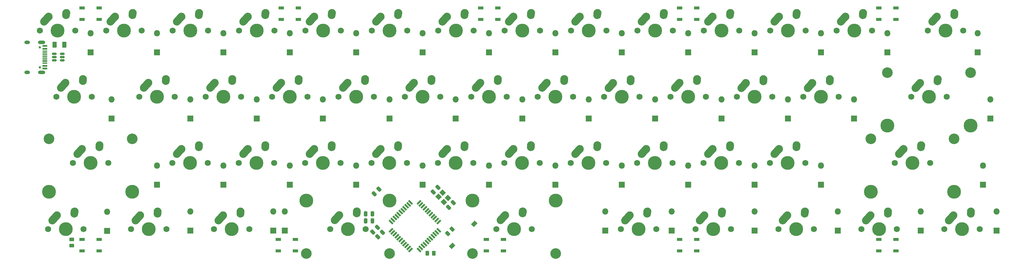
<source format=gbs>
G04 #@! TF.GenerationSoftware,KiCad,Pcbnew,8.0.4*
G04 #@! TF.CreationDate,2024-10-13T21:39:06+03:00*
G04 #@! TF.ProjectId,4040,34303430-2e6b-4696-9361-645f70636258,rev?*
G04 #@! TF.SameCoordinates,Original*
G04 #@! TF.FileFunction,Soldermask,Bot*
G04 #@! TF.FilePolarity,Negative*
%FSLAX46Y46*%
G04 Gerber Fmt 4.6, Leading zero omitted, Abs format (unit mm)*
G04 Created by KiCad (PCBNEW 8.0.4) date 2024-10-13 21:39:06*
%MOMM*%
%LPD*%
G01*
G04 APERTURE LIST*
G04 Aperture macros list*
%AMRoundRect*
0 Rectangle with rounded corners*
0 $1 Rounding radius*
0 $2 $3 $4 $5 $6 $7 $8 $9 X,Y pos of 4 corners*
0 Add a 4 corners polygon primitive as box body*
4,1,4,$2,$3,$4,$5,$6,$7,$8,$9,$2,$3,0*
0 Add four circle primitives for the rounded corners*
1,1,$1+$1,$2,$3*
1,1,$1+$1,$4,$5*
1,1,$1+$1,$6,$7*
1,1,$1+$1,$8,$9*
0 Add four rect primitives between the rounded corners*
20,1,$1+$1,$2,$3,$4,$5,0*
20,1,$1+$1,$4,$5,$6,$7,0*
20,1,$1+$1,$6,$7,$8,$9,0*
20,1,$1+$1,$8,$9,$2,$3,0*%
%AMHorizOval*
0 Thick line with rounded ends*
0 $1 width*
0 $2 $3 position (X,Y) of the first rounded end (center of the circle)*
0 $4 $5 position (X,Y) of the second rounded end (center of the circle)*
0 Add line between two ends*
20,1,$1,$2,$3,$4,$5,0*
0 Add two circle primitives to create the rounded ends*
1,1,$1,$2,$3*
1,1,$1,$4,$5*%
%AMRotRect*
0 Rectangle, with rotation*
0 The origin of the aperture is its center*
0 $1 length*
0 $2 width*
0 $3 Rotation angle, in degrees counterclockwise*
0 Add horizontal line*
21,1,$1,$2,0,0,$3*%
G04 Aperture macros list end*
%ADD10C,1.750000*%
%ADD11C,3.987800*%
%ADD12HorizOval,2.250000X0.655001X0.730000X-0.655001X-0.730000X0*%
%ADD13C,2.250000*%
%ADD14HorizOval,2.250000X0.020000X0.290000X-0.020000X-0.290000X0*%
%ADD15C,3.048000*%
%ADD16R,1.800000X1.800000*%
%ADD17O,1.800000X1.800000*%
%ADD18R,1.500000X0.900000*%
%ADD19RotRect,1.500000X0.550000X315.000000*%
%ADD20RotRect,1.500000X0.550000X225.000000*%
%ADD21RotRect,1.500000X1.100000X45.000000*%
%ADD22RoundRect,0.150000X-0.512500X-0.150000X0.512500X-0.150000X0.512500X0.150000X-0.512500X0.150000X0*%
%ADD23C,0.650000*%
%ADD24R,1.450000X0.600000*%
%ADD25R,1.450000X0.300000*%
%ADD26O,1.600000X1.000000*%
%ADD27O,2.100000X1.000000*%
%ADD28RoundRect,0.250000X-0.250000X-0.475000X0.250000X-0.475000X0.250000X0.475000X-0.250000X0.475000X0*%
%ADD29RoundRect,0.250000X0.159099X-0.512652X0.512652X-0.159099X-0.159099X0.512652X-0.512652X0.159099X0*%
%ADD30RoundRect,0.250000X0.375000X0.625000X-0.375000X0.625000X-0.375000X-0.625000X0.375000X-0.625000X0*%
%ADD31RoundRect,0.250000X0.132583X-0.503814X0.503814X-0.132583X-0.132583X0.503814X-0.503814X0.132583X0*%
%ADD32RoundRect,0.250000X-0.450000X0.262500X-0.450000X-0.262500X0.450000X-0.262500X0.450000X0.262500X0*%
%ADD33RoundRect,0.250000X0.262500X0.450000X-0.262500X0.450000X-0.262500X-0.450000X0.262500X-0.450000X0*%
%ADD34RotRect,1.400000X1.200000X135.000000*%
G04 APERTURE END LIST*
D10*
X214940000Y-81590000D03*
D11*
X220020000Y-81590000D03*
D10*
X225100000Y-81590000D03*
D12*
X216865001Y-78320000D03*
D13*
X217520000Y-77590000D03*
D14*
X222540000Y-76800000D03*
D13*
X222560000Y-76510000D03*
D10*
X243509800Y-100634800D03*
D11*
X248589800Y-100634800D03*
D10*
X253669800Y-100634800D03*
D12*
X245434801Y-97364800D03*
D13*
X246089800Y-96634800D03*
D14*
X251109800Y-95844800D03*
D13*
X251129800Y-95554800D03*
D10*
X281609800Y-100660200D03*
D11*
X286689800Y-100660200D03*
D10*
X291769800Y-100660200D03*
D12*
X283534801Y-97390200D03*
D13*
X284189800Y-96660200D03*
D14*
X289209800Y-95870200D03*
D13*
X289229800Y-95580200D03*
D10*
X176840000Y-81590000D03*
D11*
X181920000Y-81590000D03*
D10*
X187000000Y-81590000D03*
D12*
X178765001Y-78320000D03*
D13*
X179420000Y-77590000D03*
D14*
X184440000Y-76800000D03*
D13*
X184460000Y-76510000D03*
D10*
X100634800Y-119684800D03*
D11*
X105714800Y-119684800D03*
D10*
X110794800Y-119684800D03*
D12*
X102559801Y-116414800D03*
D13*
X103214800Y-115684800D03*
D14*
X108234800Y-114894800D03*
D13*
X108254800Y-114604800D03*
D10*
X157784800Y-119684800D03*
D11*
X162864800Y-119684800D03*
D10*
X167944800Y-119684800D03*
D12*
X159709801Y-116414800D03*
D13*
X160364800Y-115684800D03*
D14*
X165384800Y-114894800D03*
D13*
X165404800Y-114604800D03*
D10*
X195890000Y-81590000D03*
D11*
X200970000Y-81590000D03*
D10*
X206050000Y-81590000D03*
D12*
X197815001Y-78320000D03*
D13*
X198470000Y-77590000D03*
D14*
X203490000Y-76800000D03*
D13*
X203510000Y-76510000D03*
D10*
X67303020Y-100634800D03*
D11*
X72383020Y-100634800D03*
D10*
X77463020Y-100634800D03*
D12*
X69228021Y-97364800D03*
D13*
X69883020Y-96634800D03*
D14*
X74903020Y-95844800D03*
D13*
X74923020Y-95554800D03*
D10*
X214924000Y-119684800D03*
D11*
X220004000Y-119684800D03*
D10*
X225084000Y-119684800D03*
D12*
X216849001Y-116414800D03*
D13*
X217504000Y-115684800D03*
D14*
X222524000Y-114894800D03*
D13*
X222544000Y-114604800D03*
D10*
X291140000Y-81590000D03*
D11*
X296220000Y-81590000D03*
D10*
X301300000Y-81590000D03*
D12*
X293065001Y-78320000D03*
D13*
X293720000Y-77590000D03*
D14*
X298740000Y-76800000D03*
D13*
X298760000Y-76510000D03*
D10*
X195874000Y-119684800D03*
D11*
X200954000Y-119684800D03*
D10*
X206034000Y-119684800D03*
D12*
X197799001Y-116414800D03*
D13*
X198454000Y-115684800D03*
D14*
X203474000Y-114894800D03*
D13*
X203494000Y-114604800D03*
D10*
X262559800Y-100660200D03*
D11*
X267639800Y-100660200D03*
D10*
X272719800Y-100660200D03*
D12*
X264484801Y-97390200D03*
D13*
X265139800Y-96660200D03*
D14*
X270159800Y-95870200D03*
D13*
X270179800Y-95580200D03*
D10*
X167309800Y-100634800D03*
D11*
X172389800Y-100634800D03*
D10*
X177469800Y-100634800D03*
D12*
X169234801Y-97364800D03*
D13*
X169889800Y-96634800D03*
D14*
X174909800Y-95844800D03*
D13*
X174929800Y-95554800D03*
D10*
X62540000Y-81590000D03*
D11*
X67620000Y-81590000D03*
D10*
X72700000Y-81590000D03*
D12*
X64465001Y-78320000D03*
D13*
X65120000Y-77590000D03*
D14*
X70140000Y-76800000D03*
D13*
X70160000Y-76510000D03*
D10*
X233990000Y-81590000D03*
D11*
X239070000Y-81590000D03*
D10*
X244150000Y-81590000D03*
D12*
X235915001Y-78320000D03*
D13*
X236570000Y-77590000D03*
D14*
X241590000Y-76800000D03*
D13*
X241610000Y-76510000D03*
D10*
X88747600Y-138760200D03*
D11*
X93827600Y-138760200D03*
D10*
X98907600Y-138760200D03*
D12*
X90672601Y-135490200D03*
D13*
X91327600Y-134760200D03*
D14*
X96347600Y-133970200D03*
D13*
X96367600Y-133680200D03*
D10*
X176834800Y-119682150D03*
D11*
X181914800Y-119682150D03*
D10*
X186994800Y-119682150D03*
D12*
X178759801Y-116412150D03*
D13*
X179414800Y-115682150D03*
D14*
X184434800Y-114892150D03*
D13*
X184454800Y-114602150D03*
D10*
X119684800Y-119684800D03*
D11*
X124764800Y-119684800D03*
D10*
X129844800Y-119684800D03*
D12*
X121609801Y-116414800D03*
D13*
X122264800Y-115684800D03*
D14*
X127284800Y-114894800D03*
D13*
X127304800Y-114604800D03*
D10*
X317335000Y-81590000D03*
D11*
X322415000Y-81590000D03*
D10*
X327495000Y-81590000D03*
D12*
X319260001Y-78320000D03*
D13*
X319915000Y-77590000D03*
D14*
X324935000Y-76800000D03*
D13*
X324955000Y-76510000D03*
D10*
X272074000Y-119684800D03*
D11*
X277154000Y-119684800D03*
D10*
X282234000Y-119684800D03*
D12*
X273999001Y-116414800D03*
D13*
X274654000Y-115684800D03*
D14*
X279674000Y-114894800D03*
D13*
X279694000Y-114604800D03*
D15*
X65201800Y-112699800D03*
D11*
X65201800Y-127939800D03*
D10*
X72059800Y-119684800D03*
D11*
X77139800Y-119684800D03*
D10*
X82219800Y-119684800D03*
D15*
X89077800Y-112699800D03*
D11*
X89077800Y-127939800D03*
D12*
X73984801Y-116414800D03*
D13*
X74639800Y-115684800D03*
D14*
X79659800Y-114894800D03*
D13*
X79679800Y-114604800D03*
D11*
X139014200Y-130479800D03*
D15*
X139014200Y-145719800D03*
D10*
X145872200Y-138734800D03*
D11*
X150952200Y-138734800D03*
D10*
X156032200Y-138734800D03*
D11*
X162890200Y-130479800D03*
D15*
X162890200Y-145719800D03*
D12*
X147797201Y-135464800D03*
D13*
X148452200Y-134734800D03*
D14*
X153472200Y-133944800D03*
D13*
X153492200Y-133654800D03*
D15*
X305714400Y-93675200D03*
D11*
X305714400Y-108915200D03*
D10*
X312572400Y-100660200D03*
D11*
X317652400Y-100660200D03*
D10*
X322732400Y-100660200D03*
D15*
X329590400Y-93675200D03*
D11*
X329590400Y-108915200D03*
D12*
X314497401Y-97390200D03*
D13*
X315152400Y-96660200D03*
D14*
X320172400Y-95870200D03*
D13*
X320192400Y-95580200D03*
D11*
X186664600Y-130479800D03*
D15*
X186664600Y-145719800D03*
D10*
X193522600Y-138734800D03*
D11*
X198602600Y-138734800D03*
D10*
X203682600Y-138734800D03*
D11*
X210540600Y-130479800D03*
D15*
X210540600Y-145719800D03*
D12*
X195447601Y-135464800D03*
D13*
X196102600Y-134734800D03*
D14*
X201122600Y-133944800D03*
D13*
X201142600Y-133654800D03*
D10*
X272090000Y-81590000D03*
D11*
X277170000Y-81590000D03*
D10*
X282250000Y-81590000D03*
D12*
X274015001Y-78320000D03*
D13*
X274670000Y-77590000D03*
D14*
X279690000Y-76800000D03*
D13*
X279710000Y-76510000D03*
D10*
X110159800Y-100634800D03*
D11*
X115239800Y-100634800D03*
D10*
X120319800Y-100634800D03*
D12*
X112084801Y-97364800D03*
D13*
X112739800Y-96634800D03*
D14*
X117759800Y-95844800D03*
D13*
X117779800Y-95554800D03*
D10*
X205409800Y-100634800D03*
D11*
X210489800Y-100634800D03*
D10*
X215569800Y-100634800D03*
D12*
X207334801Y-97364800D03*
D13*
X207989800Y-96634800D03*
D14*
X213009800Y-95844800D03*
D13*
X213029800Y-95554800D03*
D10*
X91099640Y-100634800D03*
D11*
X96179640Y-100634800D03*
D10*
X101259640Y-100634800D03*
D12*
X93024641Y-97364800D03*
D13*
X93679640Y-96634800D03*
D14*
X98699640Y-95844800D03*
D13*
X98719640Y-95554800D03*
D10*
X64922400Y-138760200D03*
D11*
X70002400Y-138760200D03*
D10*
X75082400Y-138760200D03*
D12*
X66847401Y-135490200D03*
D13*
X67502400Y-134760200D03*
D14*
X72522400Y-133970200D03*
D13*
X72542400Y-133680200D03*
D10*
X186359800Y-100634800D03*
D11*
X191439800Y-100634800D03*
D10*
X196519800Y-100634800D03*
D12*
X188284801Y-97364800D03*
D13*
X188939800Y-96634800D03*
D14*
X193959800Y-95844800D03*
D13*
X193979800Y-95554800D03*
D10*
X229250000Y-138757550D03*
D11*
X234330000Y-138757550D03*
D10*
X239410000Y-138757550D03*
D12*
X231175001Y-135487550D03*
D13*
X231830000Y-134757550D03*
D14*
X236850000Y-133967550D03*
D13*
X236870000Y-133677550D03*
D10*
X138734800Y-119684800D03*
D11*
X143814800Y-119684800D03*
D10*
X148894800Y-119684800D03*
D12*
X140659801Y-116414800D03*
D13*
X141314800Y-115684800D03*
D14*
X146334800Y-114894800D03*
D13*
X146354800Y-114604800D03*
D10*
X274472400Y-138760200D03*
D11*
X279552400Y-138760200D03*
D10*
X284632400Y-138760200D03*
D12*
X276397401Y-135490200D03*
D13*
X277052400Y-134760200D03*
D14*
X282072400Y-133970200D03*
D13*
X282092400Y-133680200D03*
D10*
X253024000Y-119684800D03*
D11*
X258104000Y-119684800D03*
D10*
X263184000Y-119684800D03*
D12*
X254949001Y-116414800D03*
D13*
X255604000Y-115684800D03*
D14*
X260624000Y-114894800D03*
D13*
X260644000Y-114604800D03*
D10*
X298297600Y-138760200D03*
D11*
X303377600Y-138760200D03*
D10*
X308457600Y-138760200D03*
D12*
X300222601Y-135490200D03*
D13*
X300877600Y-134760200D03*
D14*
X305897600Y-133970200D03*
D13*
X305917600Y-133680200D03*
D15*
X300964600Y-112699800D03*
D11*
X300964600Y-127939800D03*
D10*
X307822600Y-119684800D03*
D11*
X312902600Y-119684800D03*
D10*
X317982600Y-119684800D03*
D15*
X324840600Y-112699800D03*
D11*
X324840600Y-127939800D03*
D12*
X309747601Y-116414800D03*
D13*
X310402600Y-115684800D03*
D14*
X315422600Y-114894800D03*
D13*
X315442600Y-114604800D03*
D10*
X112558200Y-138760200D03*
D11*
X117638200Y-138760200D03*
D10*
X122718200Y-138760200D03*
D12*
X114483201Y-135490200D03*
D13*
X115138200Y-134760200D03*
D14*
X120158200Y-133970200D03*
D13*
X120178200Y-133680200D03*
D10*
X224459800Y-100647000D03*
D11*
X229539800Y-100647000D03*
D10*
X234619800Y-100647000D03*
D12*
X226384801Y-97377000D03*
D13*
X227039800Y-96647000D03*
D14*
X232059800Y-95857000D03*
D13*
X232079800Y-95567000D03*
D10*
X157790000Y-81590000D03*
D11*
X162870000Y-81590000D03*
D10*
X167950000Y-81590000D03*
D12*
X159715001Y-78320000D03*
D13*
X160370000Y-77590000D03*
D14*
X165390000Y-76800000D03*
D13*
X165410000Y-76510000D03*
D10*
X100640000Y-81590000D03*
D11*
X105720000Y-81590000D03*
D10*
X110800000Y-81590000D03*
D12*
X102565001Y-78320000D03*
D13*
X103220000Y-77590000D03*
D14*
X108240000Y-76800000D03*
D13*
X108260000Y-76510000D03*
D10*
X119690000Y-81590000D03*
D11*
X124770000Y-81590000D03*
D10*
X129850000Y-81590000D03*
D12*
X121615001Y-78320000D03*
D13*
X122270000Y-77590000D03*
D14*
X127290000Y-76800000D03*
D13*
X127310000Y-76510000D03*
D10*
X129209800Y-100634800D03*
D11*
X134289800Y-100634800D03*
D10*
X139369800Y-100634800D03*
D12*
X131134801Y-97364800D03*
D13*
X131789800Y-96634800D03*
D14*
X136809800Y-95844800D03*
D13*
X136829800Y-95554800D03*
D10*
X322110100Y-138752580D03*
D11*
X327190100Y-138752580D03*
D10*
X332270100Y-138752580D03*
D12*
X324035101Y-135482580D03*
D13*
X324690100Y-134752580D03*
D14*
X329710100Y-133962580D03*
D13*
X329730100Y-133672580D03*
D10*
X233974000Y-119684800D03*
D11*
X239054000Y-119684800D03*
D10*
X244134000Y-119684800D03*
D12*
X235899001Y-116414800D03*
D13*
X236554000Y-115684800D03*
D14*
X241574000Y-114894800D03*
D13*
X241594000Y-114604800D03*
D10*
X138740000Y-81590000D03*
D11*
X143820000Y-81590000D03*
D10*
X148900000Y-81590000D03*
D12*
X140665001Y-78320000D03*
D13*
X141320000Y-77590000D03*
D14*
X146340000Y-76800000D03*
D13*
X146360000Y-76510000D03*
D10*
X250672600Y-138760200D03*
D11*
X255752600Y-138760200D03*
D10*
X260832600Y-138760200D03*
D12*
X252597601Y-135490200D03*
D13*
X253252600Y-134760200D03*
D14*
X258272600Y-133970200D03*
D13*
X258292600Y-133680200D03*
D10*
X253040000Y-81590000D03*
D11*
X258120000Y-81590000D03*
D10*
X263200000Y-81590000D03*
D12*
X254965001Y-78320000D03*
D13*
X255620000Y-77590000D03*
D14*
X260640000Y-76800000D03*
D13*
X260660000Y-76510000D03*
D10*
X81590000Y-81590000D03*
D11*
X86670000Y-81590000D03*
D10*
X91750000Y-81590000D03*
D12*
X83515001Y-78320000D03*
D13*
X84170000Y-77590000D03*
D14*
X89190000Y-76800000D03*
D13*
X89210000Y-76510000D03*
D10*
X148259800Y-100634800D03*
D11*
X153339800Y-100634800D03*
D10*
X158419800Y-100634800D03*
D12*
X150184801Y-97364800D03*
D13*
X150839800Y-96634800D03*
D14*
X155859800Y-95844800D03*
D13*
X155879800Y-95554800D03*
D16*
X77165200Y-87829500D03*
D17*
X77165200Y-82329500D03*
D18*
X303289800Y-78358000D03*
X303289800Y-75058000D03*
X308189800Y-75058000D03*
X308189800Y-78358000D03*
D16*
X331647800Y-87829500D03*
D17*
X331647800Y-82329500D03*
D16*
X296214800Y-106879500D03*
D17*
X296214800Y-101379500D03*
D19*
X163295664Y-136669118D03*
X163861350Y-136103433D03*
X164427035Y-135537748D03*
X164992720Y-134972062D03*
X165558406Y-134406377D03*
X166124091Y-133840691D03*
X166689777Y-133275006D03*
X167255462Y-132709320D03*
X167821148Y-132143635D03*
X168386833Y-131577950D03*
X168952518Y-131012264D03*
D20*
X171356682Y-131012264D03*
X171922367Y-131577950D03*
X172488052Y-132143635D03*
X173053738Y-132709320D03*
X173619423Y-133275006D03*
X174185109Y-133840691D03*
X174750794Y-134406377D03*
X175316480Y-134972062D03*
X175882165Y-135537748D03*
X176447850Y-136103433D03*
X177013536Y-136669118D03*
D19*
X177013536Y-139073282D03*
X176447850Y-139638967D03*
X175882165Y-140204652D03*
X175316480Y-140770338D03*
X174750794Y-141336023D03*
X174185109Y-141901709D03*
X173619423Y-142467394D03*
X173053738Y-143033080D03*
X172488052Y-143598765D03*
X171922367Y-144164450D03*
X171356682Y-144730136D03*
D20*
X168952518Y-144730136D03*
X168386833Y-144164450D03*
X167821148Y-143598765D03*
X167255462Y-143033080D03*
X166689777Y-142467394D03*
X166124091Y-141901709D03*
X165558406Y-141336023D03*
X164992720Y-140770338D03*
X164427035Y-140204652D03*
X163861350Y-139638967D03*
X163295664Y-139073282D03*
D16*
X267665200Y-87829500D03*
D17*
X267665200Y-82329500D03*
D21*
X180879350Y-143529450D03*
X187172600Y-137236200D03*
D22*
X66736800Y-90164998D03*
X66736800Y-89214999D03*
X66736800Y-88265000D03*
X69011800Y-88265000D03*
X69011800Y-89214999D03*
X69011800Y-90164998D03*
D16*
X105765600Y-106879500D03*
D17*
X105765600Y-101379500D03*
D16*
X286715200Y-125929500D03*
D17*
X286715200Y-120429500D03*
D16*
X267665200Y-139188300D03*
D17*
X267665200Y-133688300D03*
D18*
X74689800Y-78358000D03*
X74689800Y-75058000D03*
X79589800Y-75058000D03*
X79589800Y-78358000D03*
D16*
X286715200Y-87829500D03*
D17*
X286715200Y-82329500D03*
D18*
X131839800Y-78358000D03*
X131839800Y-75058000D03*
X136739800Y-75058000D03*
X136739800Y-78358000D03*
D16*
X172389800Y-125929500D03*
D17*
X172389800Y-120429500D03*
D18*
X308189800Y-141733000D03*
X308189800Y-145033000D03*
X303289800Y-145033000D03*
X303289800Y-141733000D03*
D16*
X81915000Y-139205600D03*
D17*
X81915000Y-133705600D03*
D16*
X258140200Y-106879500D03*
D17*
X258140200Y-101379500D03*
D23*
X62594800Y-92145600D03*
X62594800Y-86365600D03*
D24*
X64039800Y-92505600D03*
X64039800Y-91705601D03*
D25*
X64039799Y-90505600D03*
X64039800Y-89505600D03*
X64039800Y-89005600D03*
X64039799Y-88005600D03*
D24*
X64039800Y-86805599D03*
X64039800Y-86005600D03*
X64039800Y-86005600D03*
X64039800Y-86805599D03*
D25*
X64039800Y-87505600D03*
X64039800Y-88505600D03*
X64039800Y-90005600D03*
X64039800Y-91005600D03*
D24*
X64039800Y-91705601D03*
X64039800Y-92505600D03*
D26*
X58944800Y-93575600D03*
D27*
X63124800Y-93575600D03*
D26*
X58944800Y-84935600D03*
D27*
X63124800Y-84935600D03*
D16*
X105740200Y-139188300D03*
D17*
X105740200Y-133688300D03*
D16*
X134315200Y-87829500D03*
D17*
X134315200Y-82329500D03*
D18*
X251039800Y-141733000D03*
X251039800Y-145033000D03*
X246139800Y-145033000D03*
X246139800Y-141733000D03*
D28*
X156062602Y-136347200D03*
X157962600Y-136347200D03*
D16*
X115265200Y-125929500D03*
D17*
X115265200Y-120429500D03*
D16*
X210515200Y-125929500D03*
D17*
X210515200Y-120429500D03*
D16*
X162890200Y-106879500D03*
D17*
X162890200Y-101379500D03*
D16*
X243865400Y-139188300D03*
D17*
X243865400Y-133688300D03*
D16*
X96189800Y-125929500D03*
D17*
X96189800Y-120429500D03*
D16*
X191439800Y-87829500D03*
D17*
X191439800Y-82329500D03*
D16*
X115265200Y-87829500D03*
D17*
X115265200Y-82329500D03*
D29*
X158498698Y-128546702D03*
X159842200Y-127203200D03*
D30*
X69596000Y-85648800D03*
X66796000Y-85648800D03*
D16*
X305739800Y-87829500D03*
D17*
X305739800Y-82329500D03*
D16*
X315290200Y-139188300D03*
D17*
X315290200Y-133688300D03*
D16*
X96215200Y-87829500D03*
D17*
X96215200Y-82329500D03*
D29*
X158117698Y-139544902D03*
X159461200Y-138201400D03*
X159540098Y-140967302D03*
X160883600Y-139623800D03*
D18*
X195617000Y-141733000D03*
X195617000Y-145033000D03*
X190717000Y-145033000D03*
X190717000Y-141733000D03*
D16*
X220040200Y-106879500D03*
D17*
X220040200Y-101379500D03*
D16*
X181914800Y-106879500D03*
D17*
X181914800Y-101379500D03*
D29*
X179848263Y-132446467D03*
X181191765Y-131102965D03*
D16*
X333197200Y-125929500D03*
D17*
X333197200Y-120429500D03*
D16*
X277190200Y-106879500D03*
D17*
X277190200Y-101379500D03*
D31*
X179603400Y-139979400D03*
X180893870Y-138688930D03*
D16*
X200990200Y-106879500D03*
D17*
X200990200Y-101379500D03*
D28*
X156062602Y-134366000D03*
X157962600Y-134366000D03*
D16*
X248615200Y-125929500D03*
D17*
X248615200Y-120429500D03*
D18*
X135864600Y-141733000D03*
X135864600Y-145033000D03*
X130964600Y-145033000D03*
X130964600Y-141733000D03*
D16*
X229565200Y-87829500D03*
D17*
X229565200Y-82329500D03*
D16*
X210515200Y-87829500D03*
D17*
X210515200Y-82329500D03*
D16*
X172415200Y-87829500D03*
D17*
X172415200Y-82329500D03*
D32*
X71704200Y-141657700D03*
X71704200Y-143482700D03*
D16*
X134315200Y-125929500D03*
D17*
X134315200Y-120429500D03*
D16*
X191465200Y-125929500D03*
D17*
X191465200Y-120429500D03*
D16*
X153365200Y-125929500D03*
D17*
X153365200Y-120429500D03*
D16*
X132867400Y-139188300D03*
D17*
X132867400Y-133688300D03*
D16*
X229565200Y-125929500D03*
D17*
X229565200Y-120429500D03*
D18*
X189091400Y-78383400D03*
X189091400Y-75083400D03*
X193991400Y-75083400D03*
X193991400Y-78383400D03*
D16*
X153365200Y-87829500D03*
D17*
X153365200Y-82329500D03*
D16*
X291490400Y-139188300D03*
D17*
X291490400Y-133688300D03*
D16*
X239090200Y-106879500D03*
D17*
X239090200Y-101379500D03*
D16*
X335280000Y-106879500D03*
D17*
X335280000Y-101379500D03*
D16*
X129540000Y-139188300D03*
D17*
X129540000Y-133688300D03*
D16*
X143814800Y-106879500D03*
D17*
X143814800Y-101379500D03*
D33*
X175588300Y-145669000D03*
X173763300Y-145669000D03*
D29*
X175465898Y-128064102D03*
X176809400Y-126720600D03*
D34*
X178502498Y-130954471D03*
X176946863Y-129398836D03*
X178148944Y-128196755D03*
X179704579Y-129752390D03*
D18*
X246139800Y-78358000D03*
X246139800Y-75058000D03*
X251039800Y-75058000D03*
X251039800Y-78358000D03*
D16*
X267639800Y-125929500D03*
D17*
X267639800Y-120429500D03*
D16*
X83134200Y-106879500D03*
D17*
X83134200Y-101379500D03*
D16*
X224815400Y-139188300D03*
D17*
X224815400Y-133688300D03*
D16*
X337058000Y-139188300D03*
D17*
X337058000Y-133688300D03*
D16*
X248615200Y-87829500D03*
D17*
X248615200Y-82329500D03*
D18*
X79589800Y-141733000D03*
X79589800Y-145033000D03*
X74689800Y-145033000D03*
X74689800Y-141733000D03*
D16*
X124790200Y-106879500D03*
D17*
X124790200Y-101379500D03*
M02*

</source>
